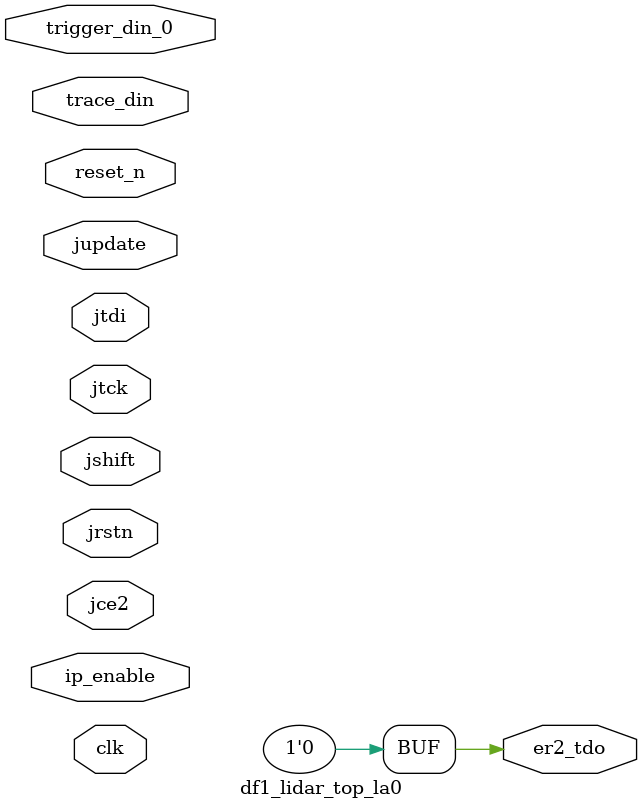
<source format=v>

/* WARNING - Changes to this file should be performed by re-running IPexpress
or modifying the .LPC file and regenerating the core.  Other changes may lead
to inconsistent simulation and/or implemenation results */

module df1_lidar_top_la0 (
    clk,
    reset_n,
    jtck,
    jrstn,
    jce2,
    jtdi,
    er2_tdo,
    jshift,
    jupdate,
    trigger_din_0,
    trace_din,
    ip_enable
);

// PARAMETERS DEFINED BY USER
localparam NUM_TRACE_SIGNALS   = 282;
localparam NUM_TRIGGER_SIGNALS = 8;
localparam INCLUDE_TRIG_DATA   = 0;
localparam NUM_TU_BITS_0       = 8;

input  clk;
input  reset_n;
input  jtck;
input  jrstn;
input  jce2;
input  jtdi;
output er2_tdo;
input  jshift;
input  jupdate;
input  [NUM_TU_BITS_0 -1:0] trigger_din_0;
input  [NUM_TRACE_SIGNALS + (NUM_TRIGGER_SIGNALS * INCLUDE_TRIG_DATA) -1:0] trace_din;
input  ip_enable;

assign er2_tdo = 1'b0;

endmodule

</source>
